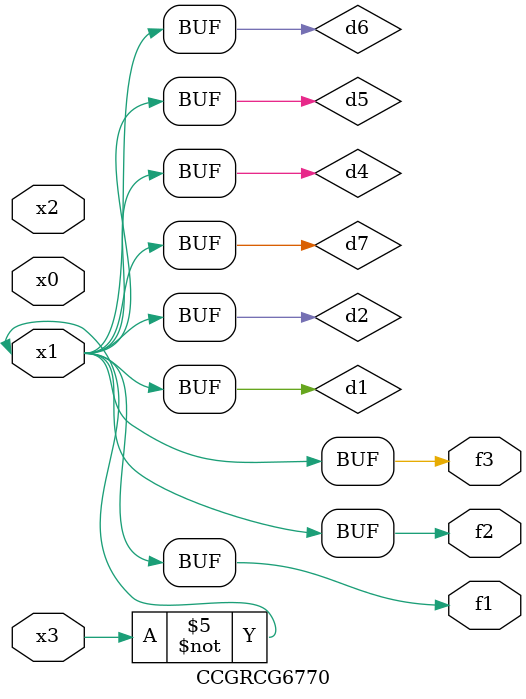
<source format=v>
module CCGRCG6770(
	input x0, x1, x2, x3,
	output f1, f2, f3
);

	wire d1, d2, d3, d4, d5, d6, d7;

	not (d1, x3);
	buf (d2, x1);
	xnor (d3, d1, d2);
	nor (d4, d1);
	buf (d5, d1, d2);
	buf (d6, d4, d5);
	nand (d7, d4);
	assign f1 = d6;
	assign f2 = d7;
	assign f3 = d6;
endmodule

</source>
